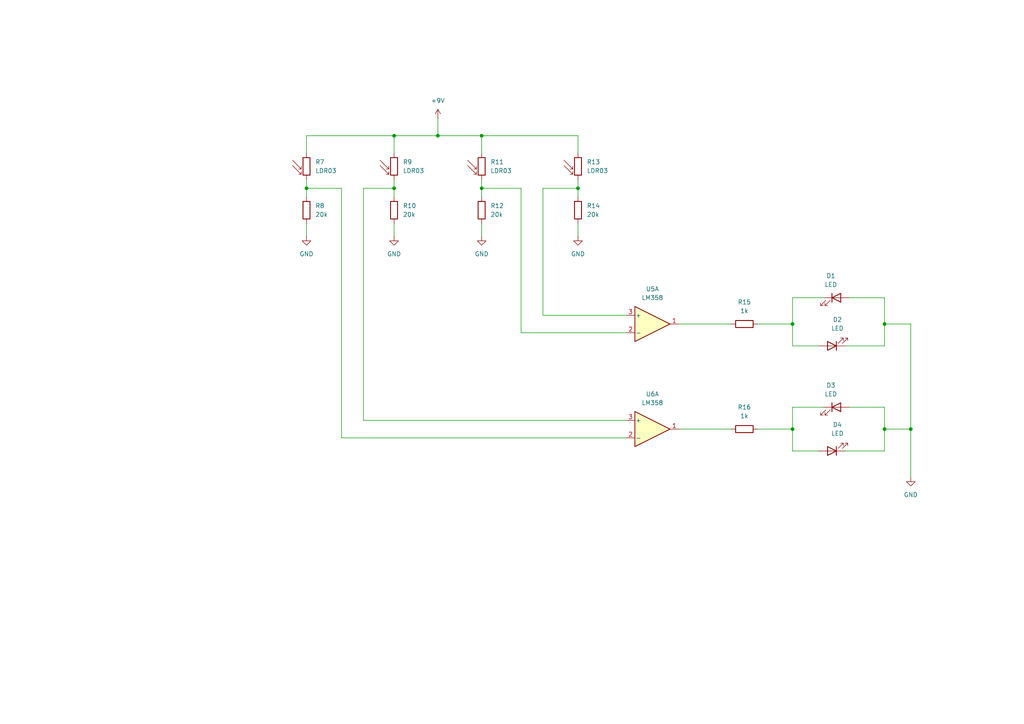
<source format=kicad_sch>
(kicad_sch (version 20250114) (generator "eeschema") (generator_version "9.0")
  (paper "A4")
  (lib_symbols
    (symbol "Amplifier_Operational:LM358" (pin_names (offset 0.127))
      (property "Reference" "U" (at 0 5.08 0))
      (property "Value" "LM358" (at 0 -5.08 0))
      (symbol "LM358_1_1"
        (polyline (pts (xy -5.08 5.08) (xy 5.08 0) (xy -5.08 -5.08) (xy -5.08 5.08)) (stroke (width 0.254)) (fill (type background)))
        (pin input line (at -7.62 2.54 0) (length 2.54) (name "+") (number "3"))
        (pin input line (at -7.62 -2.54 0) (length 2.54) (name "-") (number "2"))
        (pin output line (at 7.62 0 180) (length 2.54) (name "~") (number "1"))
      )
      (symbol "LM358_2_1"
        (polyline (pts (xy -5.08 5.08) (xy 5.08 0) (xy -5.08 -5.08) (xy -5.08 5.08)) (stroke (width 0.254)) (fill (type background)))
        (pin input line (at -7.62 2.54 0) (length 2.54) (name "+") (number "5"))
        (pin input line (at -7.62 -2.54 0) (length 2.54) (name "-") (number "6"))
        (pin output line (at 7.62 0 180) (length 2.54) (name "~") (number "7"))
      )
      (symbol "LM358_3_1"
        (pin power_in line (at -2.54 7.62 270) (length 3.81) (name "V+") (number "8"))
        (pin power_in line (at -2.54 -7.62 90) (length 3.81) (name "V-") (number "4"))
      )
    )
    (symbol "Device:LED" (pin_numbers (hide yes)) (pin_names (offset 1.016) (hide yes))
      (property "Reference" "D" (at 0 2.54 0))
      (property "Value" "LED" (at 0 -2.54 0))
      (symbol "LED_0_1"
        (polyline (pts (xy -3.048 -0.762) (xy -4.572 -2.286) (xy -3.81 -2.286) (xy -4.572 -2.286) (xy -4.572 -1.524)))
        (polyline (pts (xy -1.778 -0.762) (xy -3.302 -2.286) (xy -2.54 -2.286) (xy -3.302 -2.286) (xy -3.302 -1.524)))
        (polyline (pts (xy -1.27 0) (xy 1.27 0)))
        (polyline (pts (xy -1.27 -1.27) (xy -1.27 1.27)) (stroke (width 0.254)))
        (polyline (pts (xy 1.27 -1.27) (xy 1.27 1.27) (xy -1.27 0) (xy 1.27 -1.27)) (stroke (width 0.254)))
      )
      (symbol "LED_1_1"
        (pin passive line (at -3.81 0 0) (length 2.54) (name "K") (number "1"))
        (pin passive line (at 3.81 0 180) (length 2.54) (name "A") (number "2"))
      )
    )
    (symbol "Device:R" (pin_numbers (hide yes)) (pin_names (offset 0))
      (property "Reference" "R" (at 2.032 0 90))
      (property "Value" "R" (at 0 0 90))
      (symbol "R_0_1"
        (rectangle (start -1.016 -2.54) (end 1.016 2.54) (stroke (width 0.254)))
      )
      (symbol "R_1_1"
        (pin passive line (at 0 3.81 270) (length 1.27) (name "~") (number "1"))
        (pin passive line (at 0 -3.81 90) (length 1.27) (name "~") (number "2"))
      )
    )
    (symbol "Sensor_Optical:LDR03" (pin_numbers (hide yes)) (pin_names (offset 0))
      (property "Reference" "R" (at -5.08 0 90))
      (property "Value" "LDR03" (at 1.905 0 90))
      (symbol "LDR03_0_1"
        (polyline (pts (xy -1.524 -0.762) (xy -4.064 1.778)))
        (polyline (pts (xy -1.524 -0.762) (xy -2.286 -0.762)))
        (polyline (pts (xy -1.524 -0.762) (xy -1.524 0)))
        (polyline (pts (xy -1.524 -2.286) (xy -4.064 0.254)))
        (polyline (pts (xy -1.524 -2.286) (xy -2.286 -2.286)))
        (polyline (pts (xy -1.524 -2.286) (xy -1.524 -1.524)))
        (rectangle (start -1.016 2.54) (end 1.016 -2.54) (stroke (width 0.254)))
      )
      (symbol "LDR03_1_1"
        (pin passive line (at 0 3.81 270) (length 1.27) (name "~") (number "1"))
        (pin passive line (at 0 -3.81 90) (length 1.27) (name "~") (number "2"))
      )
    )
    (symbol "power:+9V" (power) (pin_numbers (hide yes)) (pin_names (offset 0) (hide yes))
      (property "Value" "+9V" (at 0 3.556 0))
      (symbol "+9V_0_1"
        (polyline (pts (xy -0.762 1.27) (xy 0 2.54)))
        (polyline (pts (xy 0 2.54) (xy 0.762 1.27)))
        (polyline (pts (xy 0 0) (xy 0 2.54)))
      )
      (symbol "+9V_1_1"
        (pin power_in line (at 0 0 90) (length 0) (name "~") (number "1"))
      )
    )
    (symbol "power:GND" (power) (pin_numbers (hide yes)) (pin_names (offset 0) (hide yes))
      (property "Value" "GND" (at 0 -3.81 0))
      (symbol "GND_0_1"
        (polyline (pts (xy 0 0) (xy 0 -1.27) (xy 1.27 -1.27) (xy 0 -2.54) (xy -1.27 -1.27) (xy 0 -1.27)))
      )
      (symbol "GND_1_1"
        (pin power_in line (at 0 0 270) (length 0) (name "~") (number "1"))
      )
    )
  )
  (junction (at 114.3 54.61))
  (junction (at 88.9 54.61))
  (junction (at 256.54 93.98))
  (junction (at 127 39.37))
  (junction (at 139.7 54.61))
  (junction (at 167.64 54.61))
  (junction (at 256.54 124.46))
  (junction (at 139.7 39.37))
  (junction (at 229.87 93.98))
  (junction (at 264.16 124.46))
  (junction (at 114.3 39.37))
  (junction (at 229.87 124.46))
  (wire (pts (xy 88.9 64.77) (xy 88.9 68.58)))
  (wire (pts (xy 167.64 64.77) (xy 167.64 68.58)))
  (wire (pts (xy 157.48 91.44) (xy 157.48 54.61)))
  (wire (pts (xy 256.54 93.98) (xy 264.16 93.98)))
  (wire (pts (xy 196.85 93.98) (xy 212.09 93.98)))
  (wire (pts (xy 114.3 52.07) (xy 114.3 54.61)))
  (wire (pts (xy 157.48 54.61) (xy 167.64 54.61)))
  (wire (pts (xy 151.13 54.61) (xy 151.13 96.52)))
  (wire (pts (xy 127 34.29) (xy 127 39.37)))
  (wire (pts (xy 219.71 93.98) (xy 229.87 93.98)))
  (wire (pts (xy 264.16 93.98) (xy 264.16 124.46)))
  (wire (pts (xy 114.3 54.61) (xy 114.3 57.15)))
  (wire (pts (xy 99.06 54.61) (xy 99.06 127)))
  (wire (pts (xy 181.61 91.44) (xy 157.48 91.44)))
  (wire (pts (xy 264.16 138.43) (xy 264.16 124.46)))
  (wire (pts (xy 114.3 39.37) (xy 114.3 44.45)))
  (wire (pts (xy 139.7 54.61) (xy 139.7 57.15)))
  (wire (pts (xy 105.41 54.61) (xy 114.3 54.61)))
  (wire (pts (xy 219.71 124.46) (xy 229.87 124.46)))
  (wire (pts (xy 246.38 86.36) (xy 256.54 86.36)))
  (wire (pts (xy 167.64 52.07) (xy 167.64 54.61)))
  (wire (pts (xy 99.06 127) (xy 181.61 127)))
  (wire (pts (xy 105.41 121.92) (xy 105.41 54.61)))
  (wire (pts (xy 139.7 39.37) (xy 127 39.37)))
  (wire (pts (xy 151.13 96.52) (xy 181.61 96.52)))
  (wire (pts (xy 229.87 93.98) (xy 229.87 86.36)))
  (wire (pts (xy 88.9 54.61) (xy 99.06 54.61)))
  (wire (pts (xy 114.3 39.37) (xy 88.9 39.37)))
  (wire (pts (xy 229.87 118.11) (xy 229.87 124.46)))
  (wire (pts (xy 238.76 118.11) (xy 229.87 118.11)))
  (wire (pts (xy 264.16 124.46) (xy 256.54 124.46)))
  (wire (pts (xy 256.54 86.36) (xy 256.54 93.98)))
  (wire (pts (xy 256.54 100.33) (xy 245.11 100.33)))
  (wire (pts (xy 139.7 64.77) (xy 139.7 68.58)))
  (wire (pts (xy 196.85 124.46) (xy 212.09 124.46)))
  (wire (pts (xy 229.87 86.36) (xy 238.76 86.36)))
  (wire (pts (xy 139.7 52.07) (xy 139.7 54.61)))
  (wire (pts (xy 229.87 130.81) (xy 237.49 130.81)))
  (wire (pts (xy 181.61 121.92) (xy 105.41 121.92)))
  (wire (pts (xy 256.54 124.46) (xy 256.54 130.81)))
  (wire (pts (xy 167.64 39.37) (xy 139.7 39.37)))
  (wire (pts (xy 88.9 54.61) (xy 88.9 57.15)))
  (wire (pts (xy 167.64 44.45) (xy 167.64 39.37)))
  (wire (pts (xy 88.9 39.37) (xy 88.9 44.45)))
  (wire (pts (xy 229.87 124.46) (xy 229.87 130.81)))
  (wire (pts (xy 114.3 64.77) (xy 114.3 68.58)))
  (wire (pts (xy 88.9 52.07) (xy 88.9 54.61)))
  (wire (pts (xy 256.54 130.81) (xy 245.11 130.81)))
  (wire (pts (xy 256.54 93.98) (xy 256.54 100.33)))
  (wire (pts (xy 167.64 54.61) (xy 167.64 57.15)))
  (wire (pts (xy 139.7 39.37) (xy 139.7 44.45)))
  (wire (pts (xy 246.38 118.11) (xy 256.54 118.11)))
  (wire (pts (xy 256.54 118.11) (xy 256.54 124.46)))
  (wire (pts (xy 139.7 54.61) (xy 151.13 54.61)))
  (wire (pts (xy 237.49 100.33) (xy 229.87 100.33)))
  (wire (pts (xy 127 39.37) (xy 114.3 39.37)))
  (wire (pts (xy 229.87 100.33) (xy 229.87 93.98)))
  (symbol (lib_id "power:GND") (at 114.3 68.58 0) (unit 1)
    (property "Reference" "#PWR08" (effects (hide yes)))
    (property "Value" "GND" (at 114.3 73.66 0))
    (property "Description" "Power symbol creates a global label with name \"GND\" , ground" (effects (hide yes)))
  )
  (symbol (lib_id "Sensor_Optical:LDR03") (at 167.64 48.26 0) (unit 1)
    (property "Reference" "R13" (at 170.18 46.9899 0) (effects (justify left)))
    (property "Value" "LDR03" (at 170.18 49.5299 0) (effects (justify left)))
    (property "Footprint" "OptoDevice:R_LDR_10x8.5mm_P7.6mm_Vertical" (effects (hide yes)))
    (property "Datasheet" "http://www.elektronica-componenten.nl/WebRoot/StoreNL/Shops/61422969/54F1/BA0C/C664/31B9/2173/C0A8/2AB9/2AEF/LDR03IMP.pdf" (effects (hide yes)))
    (property "Description" "light dependent resistor" (effects (hide yes)))
  )
  (symbol (lib_id "Device:R") (at 215.9 124.46 90) (unit 1)
    (property "Reference" "R16" (at 215.9 118.11 90))
    (property "Value" "1k" (at 215.9 120.65 90))
    (property "Description" "Resistor" (effects (hide yes)))
  )
  (symbol (lib_id "Device:R") (at 139.7 60.96 0) (unit 1)
    (property "Reference" "R12" (at 142.24 59.6899 0) (effects (justify left)))
    (property "Value" "20k" (at 142.24 62.2299 0) (effects (justify left)))
    (property "Description" "Resistor" (effects (hide yes)))
  )
  (symbol (lib_id "power:GND") (at 167.64 68.58 0) (unit 1)
    (property "Reference" "#PWR010" (effects (hide yes)))
    (property "Value" "GND" (at 167.64 73.66 0))
    (property "Description" "Power symbol creates a global label with name \"GND\" , ground" (effects (hide yes)))
  )
  (symbol (lib_id "Device:LED") (at 241.3 100.33 180) (unit 1)
    (property "Reference" "D2" (at 242.8875 92.71 0))
    (property "Value" "LED" (at 242.8875 95.25 0))
    (property "Description" "Light emitting diode" (effects (hide yes)))
    (property "Sim.Pins" "1=K 2=A" (effects (hide yes)))
  )
  (symbol (lib_id "power:+9V") (at 127 34.29 0) (unit 1)
    (property "Reference" "#PWR011" (effects (hide yes)))
    (property "Value" "+9V" (at 127 29.21 0))
    (property "Description" "Power symbol creates a global label with name \"+9V\"" (effects (hide yes)))
  )
  (symbol (lib_id "Device:LED") (at 241.3 130.81 180) (unit 1)
    (property "Reference" "D4" (at 242.8875 123.19 0))
    (property "Value" "LED" (at 242.8875 125.73 0))
    (property "Description" "Light emitting diode" (effects (hide yes)))
    (property "Sim.Pins" "1=K 2=A" (effects (hide yes)))
  )
  (symbol (lib_id "Sensor_Optical:LDR03") (at 114.3 48.26 0) (unit 1)
    (property "Reference" "R9" (at 116.84 46.9899 0) (effects (justify left)))
    (property "Value" "LDR03" (at 116.84 49.5299 0) (effects (justify left)))
    (property "Footprint" "OptoDevice:R_LDR_10x8.5mm_P7.6mm_Vertical" (effects (hide yes)))
    (property "Datasheet" "http://www.elektronica-componenten.nl/WebRoot/StoreNL/Shops/61422969/54F1/BA0C/C664/31B9/2173/C0A8/2AB9/2AEF/LDR03IMP.pdf" (effects (hide yes)))
    (property "Description" "light dependent resistor" (effects (hide yes)))
  )
  (symbol (lib_id "Device:R") (at 88.9 60.96 0) (unit 1)
    (property "Reference" "R8" (at 91.44 59.6899 0) (effects (justify left)))
    (property "Value" "20k" (at 91.44 62.2299 0) (effects (justify left)))
    (property "Description" "Resistor" (effects (hide yes)))
  )
  (symbol (lib_id "Sensor_Optical:LDR03") (at 139.7 48.26 0) (unit 1)
    (property "Reference" "R11" (at 142.24 46.9899 0) (effects (justify left)))
    (property "Value" "LDR03" (at 142.24 49.5299 0) (effects (justify left)))
    (property "Footprint" "OptoDevice:R_LDR_10x8.5mm_P7.6mm_Vertical" (effects (hide yes)))
    (property "Datasheet" "http://www.elektronica-componenten.nl/WebRoot/StoreNL/Shops/61422969/54F1/BA0C/C664/31B9/2173/C0A8/2AB9/2AEF/LDR03IMP.pdf" (effects (hide yes)))
    (property "Description" "light dependent resistor" (effects (hide yes)))
  )
  (symbol (lib_id "power:GND") (at 88.9 68.58 0) (unit 1)
    (property "Reference" "#PWR07" (effects (hide yes)))
    (property "Value" "GND" (at 88.9 73.66 0))
    (property "Description" "Power symbol creates a global label with name \"GND\" , ground" (effects (hide yes)))
  )
  (symbol (lib_id "power:GND") (at 139.7 68.58 0) (unit 1)
    (property "Reference" "#PWR09" (effects (hide yes)))
    (property "Value" "GND" (at 139.7 73.66 0))
    (property "Description" "Power symbol creates a global label with name \"GND\" , ground" (effects (hide yes)))
  )
  (symbol (lib_id "Sensor_Optical:LDR03") (at 88.9 48.26 0) (unit 1)
    (property "Reference" "R7" (at 91.44 46.9899 0) (effects (justify left)))
    (property "Value" "LDR03" (at 91.44 49.5299 0) (effects (justify left)))
    (property "Footprint" "OptoDevice:R_LDR_10x8.5mm_P7.6mm_Vertical" (effects (hide yes)))
    (property "Datasheet" "http://www.elektronica-componenten.nl/WebRoot/StoreNL/Shops/61422969/54F1/BA0C/C664/31B9/2173/C0A8/2AB9/2AEF/LDR03IMP.pdf" (effects (hide yes)))
    (property "Description" "light dependent resistor" (effects (hide yes)))
  )
  (symbol (lib_id "Amplifier_Operational:LM358") (at 189.23 124.46 0) (unit 1)
    (property "Reference" "U6" (at 189.23 114.3 0))
    (property "Value" "LM358" (at 189.23 116.84 0))
    (property "Datasheet" "http://www.ti.com/lit/ds/symlink/lm2904-n.pdf" (effects (hide yes)))
    (property "Description" "Low-Power, Dual Operational Amplifiers, DIP-8/SOIC-8/TO-99-8" (effects (hide yes)))
  )
  (symbol (lib_id "Device:R") (at 215.9 93.98 90) (unit 1)
    (property "Reference" "R15" (at 215.9 87.63 90))
    (property "Value" "1k" (at 215.9 90.17 90))
    (property "Description" "Resistor" (effects (hide yes)))
  )
  (symbol (lib_id "Device:R") (at 167.64 60.96 0) (unit 1)
    (property "Reference" "R14" (at 170.18 59.6899 0) (effects (justify left)))
    (property "Value" "20k" (at 170.18 62.2299 0) (effects (justify left)))
    (property "Description" "Resistor" (effects (hide yes)))
  )
  (symbol (lib_id "Device:R") (at 114.3 60.96 0) (unit 1)
    (property "Reference" "R10" (at 116.84 59.6899 0) (effects (justify left)))
    (property "Value" "20k" (at 116.84 62.2299 0) (effects (justify left)))
    (property "Description" "Resistor" (effects (hide yes)))
  )
  (symbol (lib_id "Device:LED") (at 242.57 118.11 0) (unit 1)
    (property "Reference" "D3" (at 240.9825 111.76 0))
    (property "Value" "LED" (at 240.9825 114.3 0))
    (property "Description" "Light emitting diode" (effects (hide yes)))
    (property "Sim.Pins" "1=K 2=A" (effects (hide yes)))
  )
  (symbol (lib_id "Amplifier_Operational:LM358") (at 189.23 93.98 0) (unit 1)
    (property "Reference" "U5" (at 189.23 83.82 0))
    (property "Value" "LM358" (at 189.23 86.36 0))
    (property "Datasheet" "http://www.ti.com/lit/ds/symlink/lm2904-n.pdf" (effects (hide yes)))
    (property "Description" "Low-Power, Dual Operational Amplifiers, DIP-8/SOIC-8/TO-99-8" (effects (hide yes)))
  )
  (symbol (lib_id "Device:LED") (at 242.57 86.36 0) (unit 1)
    (property "Reference" "D1" (at 240.9825 80.01 0))
    (property "Value" "LED" (at 240.9825 82.55 0))
    (property "Description" "Light emitting diode" (effects (hide yes)))
    (property "Sim.Pins" "1=K 2=A" (effects (hide yes)))
  )
  (symbol (lib_id "power:GND") (at 264.16 138.43 0) (unit 1)
    (property "Reference" "#PWR06" (effects (hide yes)))
    (property "Value" "GND" (at 264.16 143.51 0))
    (property "Description" "Power symbol creates a global label with name \"GND\" , ground" (effects (hide yes)))
  )
)
</source>
